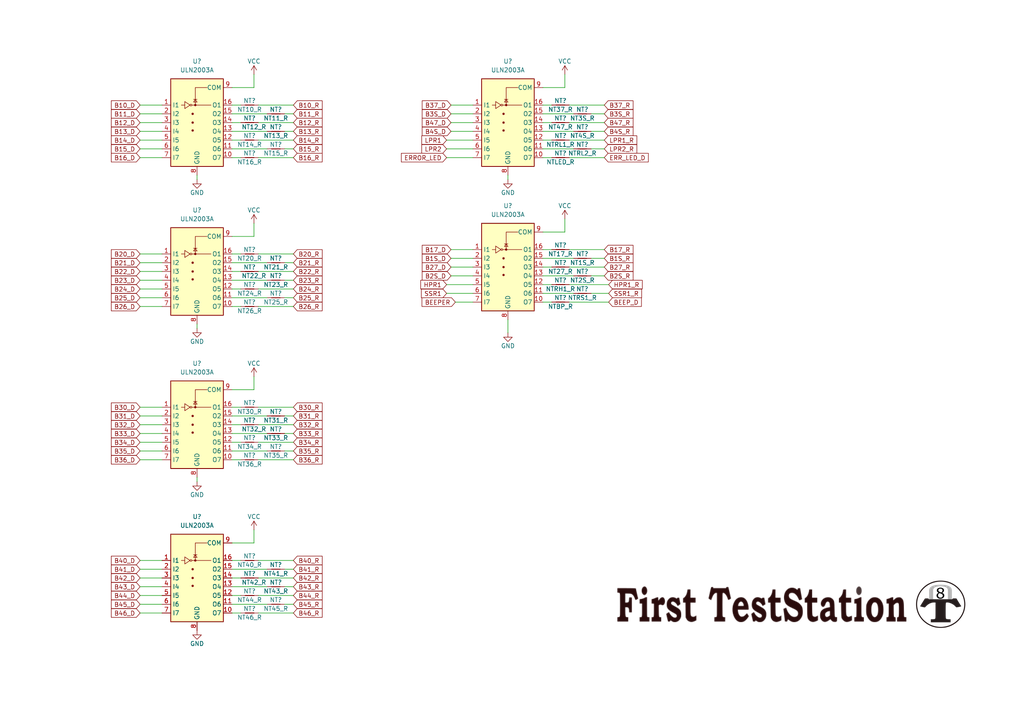
<source format=kicad_sch>
(kicad_sch (version 20211123) (generator eeschema)
  (paper "A4")
  (lib_symbols
    (symbol "Device:NetTie_2" (pin_numbers hide) (pin_names (offset 0) hide)
      (property "Reference" "NT" (at 0 1.27 0))
      (property "Value" "NetTie_2" (at 0 -1.27 0))
      (symbol "NetTie_2_0_1"
        (polyline (pts (xy -1.27 0) (xy 1.27 0)) (stroke (width 0.254)))
      )
      (symbol "NetTie_2_1_1"
        (pin passive line (at -2.54 0 0) (length 2.54) (name "1") (number "1"))
        (pin passive line (at 2.54 0 180) (length 2.54) (name "2") (number "2"))
      )
    )
    (symbol "Transistor_Array:ULN2003A"
      (property "Reference" "U" (at 0 15.875 0))
      (property "Value" "ULN2003A" (at 0 13.97 0))
      (symbol "ULN2003A_0_1"
        (rectangle (start -7.62 -12.7) (end 7.62 12.7) (stroke (width 0.254)) (fill (type background)))
        (circle (center -1.778 5.08) (radius 0.254))
        (circle (center -1.27 -2.286) (radius 0.254) (fill (type outline)))
        (circle (center -1.27 0) (radius 0.254) (fill (type outline)))
        (circle (center -1.27 2.54) (radius 0.254) (fill (type outline)))
        (circle (center -0.508 5.08) (radius 0.254) (fill (type outline)))
        (polyline (pts (xy -4.572 5.08) (xy -3.556 5.08)))
        (polyline (pts (xy -1.524 5.08) (xy 4.064 5.08)))
        (polyline (pts (xy 0 6.731) (xy -1.016 6.731)))
        (polyline (pts (xy -0.508 5.08) (xy -0.508 10.16) (xy 2.921 10.16)))
        (polyline (pts (xy -3.556 6.096) (xy -3.556 4.064) (xy -2.032 5.08) (xy -3.556 6.096)))
        (polyline (pts (xy 0 5.969) (xy -1.016 5.969) (xy -0.508 6.731) (xy 0 5.969)))
      )
      (symbol "ULN2003A_1_1"
        (pin input line (at -10.16 5.08 0) (length 2.54) (name "I1") (number "1"))
        (pin open_collector line (at 10.16 -10.16 180) (length 2.54) (name "O7") (number "10"))
        (pin open_collector line (at 10.16 -7.62 180) (length 2.54) (name "O6") (number "11"))
        (pin open_collector line (at 10.16 -5.08 180) (length 2.54) (name "O5") (number "12"))
        (pin open_collector line (at 10.16 -2.54 180) (length 2.54) (name "O4") (number "13"))
        (pin open_collector line (at 10.16 0 180) (length 2.54) (name "O3") (number "14"))
        (pin open_collector line (at 10.16 2.54 180) (length 2.54) (name "O2") (number "15"))
        (pin open_collector line (at 10.16 5.08 180) (length 2.54) (name "O1") (number "16"))
        (pin input line (at -10.16 2.54 0) (length 2.54) (name "I2") (number "2"))
        (pin input line (at -10.16 0 0) (length 2.54) (name "I3") (number "3"))
        (pin input line (at -10.16 -2.54 0) (length 2.54) (name "I4") (number "4"))
        (pin input line (at -10.16 -5.08 0) (length 2.54) (name "I5") (number "5"))
        (pin input line (at -10.16 -7.62 0) (length 2.54) (name "I6") (number "6"))
        (pin input line (at -10.16 -10.16 0) (length 2.54) (name "I7") (number "7"))
        (pin power_in line (at 0 -15.24 90) (length 2.54) (name "GND") (number "8"))
        (pin passive line (at 10.16 10.16 180) (length 2.54) (name "COM") (number "9"))
      )
    )
    (symbol "power:GND" (power) (pin_numbers hide) (pin_names (offset 0) hide)
      (property "Value" "GND" (at 0 -3.81 0))
      (symbol "GND_0_1"
        (polyline (pts (xy 0 0) (xy 0 -1.27) (xy 1.27 -1.27) (xy 0 -2.54) (xy -1.27 -1.27) (xy 0 -1.27)))
      )
      (symbol "GND_1_1"
        (pin power_in line (at 0 0 270) (length 0) hide (name "GND") (number "1"))
      )
    )
    (symbol "power:VCC" (power) (pin_numbers hide) (pin_names (offset 0) hide)
      (property "Value" "VCC" (at 0 3.81 0))
      (symbol "VCC_0_1"
        (polyline (pts (xy -0.762 1.27) (xy 0 2.54)))
        (polyline (pts (xy 0 0) (xy 0 2.54)))
        (polyline (pts (xy 0 2.54) (xy 0.762 1.27)))
      )
      (symbol "VCC_1_1"
        (pin power_in line (at 0 0 90) (length 0) hide (name "VCC") (number "1"))
      )
    )
  )
  (wire (pts (xy 40.64 123.19) (xy 46.99 123.19)))
  (wire (pts (xy 157.48 43.18) (xy 166.37 43.18)))
  (wire (pts (xy 40.64 43.18) (xy 46.99 43.18)))
  (wire (pts (xy 67.31 83.82) (xy 69.85 83.82)))
  (wire (pts (xy 67.31 177.8) (xy 69.85 177.8)))
  (wire (pts (xy 82.55 38.1) (xy 85.09 38.1)))
  (wire (pts (xy 67.31 170.18) (xy 77.47 170.18)))
  (wire (pts (xy 67.31 130.81) (xy 77.47 130.81)))
  (wire (pts (xy 157.48 30.48) (xy 160.02 30.48)))
  (wire (pts (xy 74.93 45.72) (xy 85.09 45.72)))
  (wire (pts (xy 67.31 157.48) (xy 73.66 157.48)))
  (wire (pts (xy 73.66 25.4) (xy 73.66 21.59)))
  (wire (pts (xy 67.31 172.72) (xy 69.85 172.72)))
  (wire (pts (xy 171.45 80.01) (xy 175.26 80.01)))
  (wire (pts (xy 157.48 77.47) (xy 160.02 77.47)))
  (wire (pts (xy 40.64 172.72) (xy 46.99 172.72)))
  (wire (pts (xy 82.55 33.02) (xy 85.09 33.02)))
  (wire (pts (xy 40.64 83.82) (xy 46.99 83.82)))
  (wire (pts (xy 67.31 128.27) (xy 69.85 128.27)))
  (wire (pts (xy 74.93 118.11) (xy 85.09 118.11)))
  (wire (pts (xy 74.93 88.9) (xy 85.09 88.9)))
  (wire (pts (xy 171.45 38.1) (xy 175.26 38.1)))
  (wire (pts (xy 165.1 35.56) (xy 175.26 35.56)))
  (wire (pts (xy 171.45 33.02) (xy 175.26 33.02)))
  (wire (pts (xy 40.64 88.9) (xy 46.99 88.9)))
  (wire (pts (xy 157.48 33.02) (xy 166.37 33.02)))
  (wire (pts (xy 74.93 128.27) (xy 85.09 128.27)))
  (wire (pts (xy 67.31 133.35) (xy 69.85 133.35)))
  (wire (pts (xy 67.31 120.65) (xy 77.47 120.65)))
  (wire (pts (xy 40.64 162.56) (xy 46.99 162.56)))
  (wire (pts (xy 40.64 175.26) (xy 46.99 175.26)))
  (wire (pts (xy 165.1 77.47) (xy 175.26 77.47)))
  (wire (pts (xy 67.31 40.64) (xy 69.85 40.64)))
  (wire (pts (xy 130.81 35.56) (xy 137.16 35.56)))
  (wire (pts (xy 157.48 85.09) (xy 166.37 85.09)))
  (wire (pts (xy 157.48 82.55) (xy 160.02 82.55)))
  (wire (pts (xy 157.48 80.01) (xy 166.37 80.01)))
  (wire (pts (xy 74.93 40.64) (xy 85.09 40.64)))
  (wire (pts (xy 40.64 118.11) (xy 46.99 118.11)))
  (wire (pts (xy 74.93 172.72) (xy 85.09 172.72)))
  (wire (pts (xy 40.64 30.48) (xy 46.99 30.48)))
  (wire (pts (xy 40.64 33.02) (xy 46.99 33.02)))
  (wire (pts (xy 129.54 43.18) (xy 137.16 43.18)))
  (wire (pts (xy 67.31 45.72) (xy 69.85 45.72)))
  (wire (pts (xy 157.48 25.4) (xy 163.83 25.4)))
  (wire (pts (xy 74.93 83.82) (xy 85.09 83.82)))
  (wire (pts (xy 82.55 165.1) (xy 85.09 165.1)))
  (wire (pts (xy 82.55 86.36) (xy 85.09 86.36)))
  (wire (pts (xy 165.1 30.48) (xy 175.26 30.48)))
  (wire (pts (xy 147.32 92.71) (xy 147.32 96.52)))
  (wire (pts (xy 157.48 45.72) (xy 160.02 45.72)))
  (wire (pts (xy 40.64 35.56) (xy 46.99 35.56)))
  (wire (pts (xy 132.08 87.63) (xy 137.16 87.63)))
  (wire (pts (xy 82.55 76.2) (xy 85.09 76.2)))
  (wire (pts (xy 40.64 40.64) (xy 46.99 40.64)))
  (wire (pts (xy 67.31 25.4) (xy 73.66 25.4)))
  (wire (pts (xy 40.64 167.64) (xy 46.99 167.64)))
  (wire (pts (xy 165.1 40.64) (xy 175.26 40.64)))
  (wire (pts (xy 171.45 43.18) (xy 175.26 43.18)))
  (wire (pts (xy 67.31 162.56) (xy 69.85 162.56)))
  (wire (pts (xy 73.66 113.03) (xy 73.66 109.22)))
  (wire (pts (xy 40.64 73.66) (xy 46.99 73.66)))
  (wire (pts (xy 74.93 35.56) (xy 85.09 35.56)))
  (wire (pts (xy 67.31 33.02) (xy 77.47 33.02)))
  (wire (pts (xy 40.64 120.65) (xy 46.99 120.65)))
  (wire (pts (xy 82.55 125.73) (xy 85.09 125.73)))
  (wire (pts (xy 157.48 35.56) (xy 160.02 35.56)))
  (wire (pts (xy 74.93 73.66) (xy 85.09 73.66)))
  (wire (pts (xy 82.55 43.18) (xy 85.09 43.18)))
  (wire (pts (xy 74.93 177.8) (xy 85.09 177.8)))
  (wire (pts (xy 74.93 133.35) (xy 85.09 133.35)))
  (wire (pts (xy 73.66 157.48) (xy 73.66 153.67)))
  (wire (pts (xy 82.55 130.81) (xy 85.09 130.81)))
  (wire (pts (xy 171.45 74.93) (xy 175.26 74.93)))
  (wire (pts (xy 130.81 74.93) (xy 137.16 74.93)))
  (wire (pts (xy 67.31 113.03) (xy 73.66 113.03)))
  (wire (pts (xy 40.64 45.72) (xy 46.99 45.72)))
  (wire (pts (xy 129.54 85.09) (xy 137.16 85.09)))
  (wire (pts (xy 40.64 130.81) (xy 46.99 130.81)))
  (wire (pts (xy 67.31 118.11) (xy 69.85 118.11)))
  (wire (pts (xy 82.55 170.18) (xy 85.09 170.18)))
  (wire (pts (xy 57.15 138.43) (xy 57.15 139.7)))
  (wire (pts (xy 163.83 25.4) (xy 163.83 21.59)))
  (wire (pts (xy 67.31 43.18) (xy 77.47 43.18)))
  (wire (pts (xy 171.45 85.09) (xy 176.53 85.09)))
  (wire (pts (xy 157.48 87.63) (xy 160.02 87.63)))
  (wire (pts (xy 157.48 72.39) (xy 160.02 72.39)))
  (wire (pts (xy 163.83 67.31) (xy 163.83 63.5)))
  (wire (pts (xy 67.31 73.66) (xy 69.85 73.66)))
  (wire (pts (xy 67.31 81.28) (xy 77.47 81.28)))
  (wire (pts (xy 67.31 165.1) (xy 77.47 165.1)))
  (wire (pts (xy 157.48 74.93) (xy 166.37 74.93)))
  (wire (pts (xy 165.1 45.72) (xy 175.26 45.72)))
  (wire (pts (xy 129.54 82.55) (xy 137.16 82.55)))
  (wire (pts (xy 40.64 86.36) (xy 46.99 86.36)))
  (wire (pts (xy 130.81 77.47) (xy 137.16 77.47)))
  (wire (pts (xy 67.31 30.48) (xy 69.85 30.48)))
  (wire (pts (xy 67.31 38.1) (xy 77.47 38.1)))
  (wire (pts (xy 130.81 30.48) (xy 137.16 30.48)))
  (wire (pts (xy 74.93 30.48) (xy 85.09 30.48)))
  (wire (pts (xy 67.31 123.19) (xy 69.85 123.19)))
  (wire (pts (xy 74.93 162.56) (xy 85.09 162.56)))
  (wire (pts (xy 129.54 45.72) (xy 137.16 45.72)))
  (wire (pts (xy 157.48 67.31) (xy 163.83 67.31)))
  (wire (pts (xy 57.15 93.98) (xy 57.15 95.25)))
  (wire (pts (xy 165.1 72.39) (xy 175.26 72.39)))
  (wire (pts (xy 67.31 125.73) (xy 77.47 125.73)))
  (wire (pts (xy 82.55 81.28) (xy 85.09 81.28)))
  (wire (pts (xy 40.64 170.18) (xy 46.99 170.18)))
  (wire (pts (xy 130.81 33.02) (xy 137.16 33.02)))
  (wire (pts (xy 74.93 123.19) (xy 85.09 123.19)))
  (wire (pts (xy 67.31 88.9) (xy 69.85 88.9)))
  (wire (pts (xy 40.64 81.28) (xy 46.99 81.28)))
  (wire (pts (xy 130.81 38.1) (xy 137.16 38.1)))
  (wire (pts (xy 157.48 38.1) (xy 166.37 38.1)))
  (wire (pts (xy 67.31 35.56) (xy 69.85 35.56)))
  (wire (pts (xy 74.93 78.74) (xy 85.09 78.74)))
  (wire (pts (xy 147.32 50.8) (xy 147.32 52.07)))
  (wire (pts (xy 165.1 87.63) (xy 176.53 87.63)))
  (wire (pts (xy 67.31 175.26) (xy 77.47 175.26)))
  (wire (pts (xy 40.64 76.2) (xy 46.99 76.2)))
  (wire (pts (xy 73.66 68.58) (xy 73.66 64.77)))
  (wire (pts (xy 40.64 78.74) (xy 46.99 78.74)))
  (wire (pts (xy 40.64 38.1) (xy 46.99 38.1)))
  (wire (pts (xy 82.55 120.65) (xy 85.09 120.65)))
  (wire (pts (xy 157.48 40.64) (xy 160.02 40.64)))
  (wire (pts (xy 67.31 86.36) (xy 77.47 86.36)))
  (wire (pts (xy 129.54 40.64) (xy 137.16 40.64)))
  (wire (pts (xy 40.64 133.35) (xy 46.99 133.35)))
  (wire (pts (xy 82.55 175.26) (xy 85.09 175.26)))
  (wire (pts (xy 165.1 82.55) (xy 176.53 82.55)))
  (wire (pts (xy 67.31 167.64) (xy 69.85 167.64)))
  (wire (pts (xy 67.31 78.74) (xy 69.85 78.74)))
  (wire (pts (xy 40.64 177.8) (xy 46.99 177.8)))
  (wire (pts (xy 40.64 125.73) (xy 46.99 125.73)))
  (wire (pts (xy 74.93 167.64) (xy 85.09 167.64)))
  (wire (pts (xy 40.64 165.1) (xy 46.99 165.1)))
  (wire (pts (xy 67.31 76.2) (xy 77.47 76.2)))
  (wire (pts (xy 130.81 80.01) (xy 137.16 80.01)))
  (wire (pts (xy 67.31 68.58) (xy 73.66 68.58)))
  (wire (pts (xy 130.81 72.39) (xy 137.16 72.39)))
  (wire (pts (xy 40.64 128.27) (xy 46.99 128.27)))
  (wire (pts (xy 57.15 50.8) (xy 57.15 52.07)))
  (image (at 220.98 175.26) (scale 2.13772))
  (image (at 273.05 175.26))
  (global_label "B45_R" (shape input) (at 85.09 175.26 0) (property "Intersheet References" "${INTERSHEET_REFS}" (effects hide)))
  (global_label "B35_R" (shape input) (at 85.09 130.81 0) (property "Intersheet References" "${INTERSHEET_REFS}" (effects hide)))
  (global_label "B44_R" (shape input) (at 85.09 172.72 0) (property "Intersheet References" "${INTERSHEET_REFS}" (effects hide)))
  (global_label "ERR_LED_D" (shape input) (at 175.26 45.72 0) (property "Intersheet References" "${INTERSHEET_REFS}" (effects hide)))
  (global_label "B31_R" (shape input) (at 85.09 120.65 0) (property "Intersheet References" "${INTERSHEET_REFS}" (effects hide)))
  (global_label "LPR2_R" (shape input) (at 175.26 43.18 0) (property "Intersheet References" "${INTERSHEET_REFS}" (effects hide)))
  (global_label "SSR1" (shape input) (at 129.54 85.09 180) (property "Intersheet References" "${INTERSHEET_REFS}" (effects hide)))
  (global_label "B33_D" (shape input) (at 40.64 125.73 180) (property "Intersheet References" "${INTERSHEET_REFS}" (effects hide)))
  (global_label "BEEPER" (shape input) (at 132.08 87.63 180) (property "Intersheet References" "${INTERSHEET_REFS}" (effects hide)))
  (global_label "B34_D" (shape input) (at 40.64 128.27 180) (property "Intersheet References" "${INTERSHEET_REFS}" (effects hide)))
  (global_label "B25_R" (shape input) (at 85.09 86.36 0) (property "Intersheet References" "${INTERSHEET_REFS}" (effects hide)))
  (global_label "B43_D" (shape input) (at 40.64 170.18 180) (property "Intersheet References" "${INTERSHEET_REFS}" (effects hide)))
  (global_label "B43_R" (shape input) (at 85.09 170.18 0) (property "Intersheet References" "${INTERSHEET_REFS}" (effects hide)))
  (global_label "B30_R" (shape input) (at 85.09 118.11 0) (property "Intersheet References" "${INTERSHEET_REFS}" (effects hide)))
  (global_label "B20_R" (shape input) (at 85.09 73.66 0) (property "Intersheet References" "${INTERSHEET_REFS}" (effects hide)))
  (global_label "B40_R" (shape input) (at 85.09 162.56 0) (property "Intersheet References" "${INTERSHEET_REFS}" (effects hide)))
  (global_label "B42_D" (shape input) (at 40.64 167.64 180) (property "Intersheet References" "${INTERSHEET_REFS}" (effects hide)))
  (global_label "BEEP_D" (shape input) (at 176.53 87.63 0) (property "Intersheet References" "${INTERSHEET_REFS}" (effects hide)))
  (global_label "B47_R" (shape input) (at 175.26 35.56 0) (property "Intersheet References" "${INTERSHEET_REFS}" (effects hide)))
  (global_label "B1S_D" (shape input) (at 130.81 74.93 180) (property "Intersheet References" "${INTERSHEET_REFS}" (effects hide)))
  (global_label "B3S_D" (shape input) (at 130.81 33.02 180) (property "Intersheet References" "${INTERSHEET_REFS}" (effects hide)))
  (global_label "LPR1" (shape input) (at 129.54 40.64 180) (property "Intersheet References" "${INTERSHEET_REFS}" (effects hide)))
  (global_label "B4S_D" (shape input) (at 130.81 38.1 180) (property "Intersheet References" "${INTERSHEET_REFS}" (effects hide)))
  (global_label "B24_D" (shape input) (at 40.64 83.82 180) (property "Intersheet References" "${INTERSHEET_REFS}" (effects hide)))
  (global_label "B22_R" (shape input) (at 85.09 78.74 0) (property "Intersheet References" "${INTERSHEET_REFS}" (effects hide)))
  (global_label "B4S_R" (shape input) (at 175.26 38.1 0) (property "Intersheet References" "${INTERSHEET_REFS}" (effects hide)))
  (global_label "B42_R" (shape input) (at 85.09 167.64 0) (property "Intersheet References" "${INTERSHEET_REFS}" (effects hide)))
  (global_label "HPR1_R" (shape input) (at 176.53 82.55 0) (property "Intersheet References" "${INTERSHEET_REFS}" (effects hide)))
  (global_label "B46_D" (shape input) (at 40.64 177.8 180) (property "Intersheet References" "${INTERSHEET_REFS}" (effects hide)))
  (global_label "LPR2" (shape input) (at 129.54 43.18 180) (property "Intersheet References" "${INTERSHEET_REFS}" (effects hide)))
  (global_label "B13_D" (shape input) (at 40.64 38.1 180) (property "Intersheet References" "${INTERSHEET_REFS}" (effects hide)))
  (global_label "B16_R" (shape input) (at 85.09 45.72 0) (property "Intersheet References" "${INTERSHEET_REFS}" (effects hide)))
  (global_label "B40_D" (shape input) (at 40.64 162.56 180) (property "Intersheet References" "${INTERSHEET_REFS}" (effects hide)))
  (global_label "B11_R" (shape input) (at 85.09 33.02 0) (property "Intersheet References" "${INTERSHEET_REFS}" (effects hide)))
  (global_label "B3S_R" (shape input) (at 175.26 33.02 0) (property "Intersheet References" "${INTERSHEET_REFS}" (effects hide)))
  (global_label "B22_D" (shape input) (at 40.64 78.74 180) (property "Intersheet References" "${INTERSHEET_REFS}" (effects hide)))
  (global_label "B36_D" (shape input) (at 40.64 133.35 180) (property "Intersheet References" "${INTERSHEET_REFS}" (effects hide)))
  (global_label "B31_D" (shape input) (at 40.64 120.65 180) (property "Intersheet References" "${INTERSHEET_REFS}" (effects hide)))
  (global_label "B26_D" (shape input) (at 40.64 88.9 180) (property "Intersheet References" "${INTERSHEET_REFS}" (effects hide)))
  (global_label "B17_R" (shape input) (at 175.26 72.39 0) (property "Intersheet References" "${INTERSHEET_REFS}" (effects hide)))
  (global_label "B12_D" (shape input) (at 40.64 35.56 180) (property "Intersheet References" "${INTERSHEET_REFS}" (effects hide)))
  (global_label "B20_D" (shape input) (at 40.64 73.66 180) (property "Intersheet References" "${INTERSHEET_REFS}" (effects hide)))
  (global_label "B47_D" (shape input) (at 130.81 35.56 180) (property "Intersheet References" "${INTERSHEET_REFS}" (effects hide)))
  (global_label "B37_D" (shape input) (at 130.81 30.48 180) (property "Intersheet References" "${INTERSHEET_REFS}" (effects hide)))
  (global_label "B35_D" (shape input) (at 40.64 130.81 180) (property "Intersheet References" "${INTERSHEET_REFS}" (effects hide)))
  (global_label "B21_R" (shape input) (at 85.09 76.2 0) (property "Intersheet References" "${INTERSHEET_REFS}" (effects hide)))
  (global_label "B32_R" (shape input) (at 85.09 123.19 0) (property "Intersheet References" "${INTERSHEET_REFS}" (effects hide)))
  (global_label "B23_R" (shape input) (at 85.09 81.28 0) (property "Intersheet References" "${INTERSHEET_REFS}" (effects hide)))
  (global_label "B33_R" (shape input) (at 85.09 125.73 0) (property "Intersheet References" "${INTERSHEET_REFS}" (effects hide)))
  (global_label "B10_D" (shape input) (at 40.64 30.48 180) (property "Intersheet References" "${INTERSHEET_REFS}" (effects hide)))
  (global_label "B32_D" (shape input) (at 40.64 123.19 180) (property "Intersheet References" "${INTERSHEET_REFS}" (effects hide)))
  (global_label "B41_D" (shape input) (at 40.64 165.1 180) (property "Intersheet References" "${INTERSHEET_REFS}" (effects hide)))
  (global_label "B24_R" (shape input) (at 85.09 83.82 0) (property "Intersheet References" "${INTERSHEET_REFS}" (effects hide)))
  (global_label "LPR1_R" (shape input) (at 175.26 40.64 0) (property "Intersheet References" "${INTERSHEET_REFS}" (effects hide)))
  (global_label "B44_D" (shape input) (at 40.64 172.72 180) (property "Intersheet References" "${INTERSHEET_REFS}" (effects hide)))
  (global_label "B14_D" (shape input) (at 40.64 40.64 180) (property "Intersheet References" "${INTERSHEET_REFS}" (effects hide)))
  (global_label "HPR1" (shape input) (at 129.54 82.55 180) (property "Intersheet References" "${INTERSHEET_REFS}" (effects hide)))
  (global_label "B27_D" (shape input) (at 130.81 77.47 180) (property "Intersheet References" "${INTERSHEET_REFS}" (effects hide)))
  (global_label "B15_D" (shape input) (at 40.64 43.18 180) (property "Intersheet References" "${INTERSHEET_REFS}" (effects hide)))
  (global_label "B27_R" (shape input) (at 175.26 77.47 0) (property "Intersheet References" "${INTERSHEET_REFS}" (effects hide)))
  (global_label "SSR1_R" (shape input) (at 176.53 85.09 0) (property "Intersheet References" "${INTERSHEET_REFS}" (effects hide)))
  (global_label "B10_R" (shape input) (at 85.09 30.48 0) (property "Intersheet References" "${INTERSHEET_REFS}" (effects hide)))
  (global_label "ERROR_LED" (shape input) (at 129.54 45.72 180) (property "Intersheet References" "${INTERSHEET_REFS}" (effects hide)))
  (global_label "B16_D" (shape input) (at 40.64 45.72 180) (property "Intersheet References" "${INTERSHEET_REFS}" (effects hide)))
  (global_label "B41_R" (shape input) (at 85.09 165.1 0) (property "Intersheet References" "${INTERSHEET_REFS}" (effects hide)))
  (global_label "B25_D" (shape input) (at 40.64 86.36 180) (property "Intersheet References" "${INTERSHEET_REFS}" (effects hide)))
  (global_label "B1S_R" (shape input) (at 175.26 74.93 0) (property "Intersheet References" "${INTERSHEET_REFS}" (effects hide)))
  (global_label "B17_D" (shape input) (at 130.81 72.39 180) (property "Intersheet References" "${INTERSHEET_REFS}" (effects hide)))
  (global_label "B2S_D" (shape input) (at 130.81 80.01 180) (property "Intersheet References" "${INTERSHEET_REFS}" (effects hide)))
  (global_label "B23_D" (shape input) (at 40.64 81.28 180) (property "Intersheet References" "${INTERSHEET_REFS}" (effects hide)))
  (global_label "B11_D" (shape input) (at 40.64 33.02 180) (property "Intersheet References" "${INTERSHEET_REFS}" (effects hide)))
  (global_label "B36_R" (shape input) (at 85.09 133.35 0) (property "Intersheet References" "${INTERSHEET_REFS}" (effects hide)))
  (global_label "B2S_R" (shape input) (at 175.26 80.01 0) (property "Intersheet References" "${INTERSHEET_REFS}" (effects hide)))
  (global_label "B37_R" (shape input) (at 175.26 30.48 0) (property "Intersheet References" "${INTERSHEET_REFS}" (effects hide)))
  (global_label "B26_R" (shape input) (at 85.09 88.9 0) (property "Intersheet References" "${INTERSHEET_REFS}" (effects hide)))
  (global_label "B21_D" (shape input) (at 40.64 76.2 180) (property "Intersheet References" "${INTERSHEET_REFS}" (effects hide)))
  (global_label "B15_R" (shape input) (at 85.09 43.18 0) (property "Intersheet References" "${INTERSHEET_REFS}" (effects hide)))
  (global_label "B30_D" (shape input) (at 40.64 118.11 180) (property "Intersheet References" "${INTERSHEET_REFS}" (effects hide)))
  (global_label "B45_D" (shape input) (at 40.64 175.26 180) (property "Intersheet References" "${INTERSHEET_REFS}" (effects hide)))
  (global_label "B14_R" (shape input) (at 85.09 40.64 0) (property "Intersheet References" "${INTERSHEET_REFS}" (effects hide)))
  (global_label "B34_R" (shape input) (at 85.09 128.27 0) (property "Intersheet References" "${INTERSHEET_REFS}" (effects hide)))
  (global_label "B13_R" (shape input) (at 85.09 38.1 0) (property "Intersheet References" "${INTERSHEET_REFS}" (effects hide)))
  (global_label "B46_R" (shape input) (at 85.09 177.8 0) (property "Intersheet References" "${INTERSHEET_REFS}" (effects hide)))
  (global_label "B12_R" (shape input) (at 85.09 35.56 0) (property "Intersheet References" "${INTERSHEET_REFS}" (effects hide)))
  (symbol (lib_id "Transistor_Array:ULN2003A") (at 147.32 77.47 0)
    (property "Reference" "U?" (at 147.32 59.69 0))
    (property "Value" "ULN2003A" (at 147.32 62.23 0))
    (property "Footprint" "Package_DIP:DIP-16_W7.62mm_LongPads" (effects hide))
    (property "Datasheet" "http://www.ti.com/lit/ds/symlink/uln2003a.pdf" (effects hide))
  )
  (symbol (lib_id "Device:NetTie_2") (at 72.39 133.35 0)
    (property "Reference" "NT?" (at 72.39 132.08 0))
    (property "Value" "NT36_R" (at 72.39 134.62 0))
    (property "Footprint" "NetTie:NetTie-2_THT_Pad1.0mm" (effects hide))
  )
  (symbol (lib_id "Device:NetTie_2") (at 80.01 120.65 0)
    (property "Reference" "NT?" (at 80.01 119.38 0))
    (property "Value" "NT31_R" (at 80.01 121.92 0))
    (property "Footprint" "NetTie:NetTie-2_THT_Pad1.0mm" (effects hide))
  )
  (symbol (lib_id "Transistor_Array:ULN2003A") (at 57.15 35.56 0)
    (property "Reference" "U?" (at 57.15 17.78 0))
    (property "Value" "ULN2003A" (at 57.15 20.32 0))
    (property "Footprint" "Package_DIP:DIP-16_W7.62mm_LongPads" (effects hide))
    (property "Datasheet" "http://www.ti.com/lit/ds/symlink/uln2003a.pdf" (effects hide))
  )
  (symbol (lib_id "power:GND") (at 147.32 52.07 0)
    (property "Reference" "#PWR?" (effects hide))
    (property "Value" "GND" (at 147.32 55.88 0))
  )
  (symbol (lib_id "Device:NetTie_2") (at 162.56 82.55 0)
    (property "Reference" "NT?" (at 162.56 81.28 0))
    (property "Value" "NTRH1_R" (at 162.56 83.82 0))
    (property "Footprint" "NetTie:NetTie-2_THT_Pad1.0mm" (effects hide))
  )
  (symbol (lib_id "Device:NetTie_2") (at 80.01 170.18 0)
    (property "Reference" "NT?" (at 80.01 168.91 0))
    (property "Value" "NT43_R" (at 80.01 171.45 0))
    (property "Footprint" "NetTie:NetTie-2_THT_Pad1.0mm" (effects hide))
  )
  (symbol (lib_id "power:VCC") (at 73.66 109.22 0)
    (property "Reference" "#PWR?" (effects hide))
    (property "Value" "VCC" (at 73.66 105.41 0))
  )
  (symbol (lib_id "Device:NetTie_2") (at 72.39 35.56 0)
    (property "Reference" "NT?" (at 72.39 34.29 0))
    (property "Value" "NT12_R" (at 73.66 36.83 0))
    (property "Footprint" "NetTie:NetTie-2_THT_Pad1.0mm" (effects hide))
  )
  (symbol (lib_id "Device:NetTie_2") (at 80.01 81.28 0)
    (property "Reference" "NT?" (at 80.01 80.01 0))
    (property "Value" "NT23_R" (at 80.01 82.55 0))
    (property "Footprint" "NetTie:NetTie-2_THT_Pad1.0mm" (effects hide))
  )
  (symbol (lib_id "Transistor_Array:ULN2003A") (at 57.15 167.64 0)
    (property "Reference" "U?" (at 57.15 149.86 0))
    (property "Value" "ULN2003A" (at 57.15 152.4 0))
    (property "Footprint" "Package_DIP:DIP-16_W7.62mm_LongPads" (effects hide))
    (property "Datasheet" "http://www.ti.com/lit/ds/symlink/uln2003a.pdf" (effects hide))
  )
  (symbol (lib_id "Device:NetTie_2") (at 162.56 30.48 0)
    (property "Reference" "NT?" (at 162.56 29.21 0))
    (property "Value" "NT37_R" (at 162.56 31.75 0))
    (property "Footprint" "NetTie:NetTie-2_THT_Pad1.0mm" (effects hide))
  )
  (symbol (lib_id "Transistor_Array:ULN2003A") (at 57.15 78.74 0)
    (property "Reference" "U?" (at 57.15 60.96 0))
    (property "Value" "ULN2003A" (at 57.15 63.5 0))
    (property "Footprint" "Package_DIP:DIP-16_W7.62mm_LongPads" (effects hide))
    (property "Datasheet" "http://www.ti.com/lit/ds/symlink/uln2003a.pdf" (effects hide))
  )
  (symbol (lib_id "Transistor_Array:ULN2003A") (at 147.32 35.56 0)
    (property "Reference" "U?" (at 147.32 17.78 0))
    (property "Value" "ULN2003A" (at 147.32 20.32 0))
    (property "Footprint" "Package_DIP:DIP-16_W7.62mm_LongPads" (effects hide))
    (property "Datasheet" "http://www.ti.com/lit/ds/symlink/uln2003a.pdf" (effects hide))
  )
  (symbol (lib_id "Device:NetTie_2") (at 80.01 76.2 0)
    (property "Reference" "NT?" (at 80.01 74.93 0))
    (property "Value" "NT21_R" (at 80.01 77.47 0))
    (property "Footprint" "NetTie:NetTie-2_THT_Pad1.0mm" (effects hide))
  )
  (symbol (lib_id "Device:NetTie_2") (at 72.39 162.56 0)
    (property "Reference" "NT?" (at 72.39 161.29 0))
    (property "Value" "NT40_R" (at 72.39 163.83 0))
    (property "Footprint" "NetTie:NetTie-2_THT_Pad1.0mm" (effects hide))
  )
  (symbol (lib_id "Device:NetTie_2") (at 162.56 45.72 0)
    (property "Reference" "NT?" (at 162.56 44.45 0))
    (property "Value" "NTLED_R" (at 162.56 46.99 0))
    (property "Footprint" "NetTie:NetTie-2_THT_Pad1.0mm" (effects hide))
  )
  (symbol (lib_id "Device:NetTie_2") (at 80.01 43.18 0)
    (property "Reference" "NT?" (at 80.01 41.91 0))
    (property "Value" "NT15_R" (at 80.01 44.45 0))
    (property "Footprint" "NetTie:NetTie-2_THT_Pad1.0mm" (effects hide))
  )
  (symbol (lib_id "Device:NetTie_2") (at 72.39 167.64 0)
    (property "Reference" "NT?" (at 72.39 166.37 0))
    (property "Value" "NT42_R" (at 73.66 168.91 0))
    (property "Footprint" "NetTie:NetTie-2_THT_Pad1.0mm" (effects hide))
  )
  (symbol (lib_id "power:GND") (at 147.32 96.52 0)
    (property "Reference" "#PWR?" (effects hide))
    (property "Value" "GND" (at 147.32 100.33 0))
  )
  (symbol (lib_id "Device:NetTie_2") (at 168.91 85.09 0)
    (property "Reference" "NT?" (at 168.91 83.82 0))
    (property "Value" "NTRS1_R" (at 168.91 86.36 0))
    (property "Footprint" "NetTie:NetTie-2_THT_Pad1.0mm" (effects hide))
  )
  (symbol (lib_id "Device:NetTie_2") (at 72.39 30.48 0)
    (property "Reference" "NT?" (at 72.39 29.21 0))
    (property "Value" "NT10_R" (at 72.39 31.75 0))
    (property "Footprint" "NetTie:NetTie-2_THT_Pad1.0mm" (effects hide))
  )
  (symbol (lib_id "power:VCC") (at 163.83 63.5 0)
    (property "Reference" "#PWR?" (effects hide))
    (property "Value" "VCC" (at 163.83 59.69 0))
  )
  (symbol (lib_id "Device:NetTie_2") (at 72.39 118.11 0)
    (property "Reference" "NT?" (at 72.39 116.84 0))
    (property "Value" "NT30_R" (at 72.39 119.38 0))
    (property "Footprint" "NetTie:NetTie-2_THT_Pad1.0mm" (effects hide))
  )
  (symbol (lib_id "power:VCC") (at 73.66 153.67 0)
    (property "Reference" "#PWR?" (effects hide))
    (property "Value" "VCC" (at 73.66 149.86 0))
  )
  (symbol (lib_id "Device:NetTie_2") (at 80.01 38.1 0)
    (property "Reference" "NT?" (at 80.01 36.83 0))
    (property "Value" "NT13_R" (at 80.01 39.37 0))
    (property "Footprint" "NetTie:NetTie-2_THT_Pad1.0mm" (effects hide))
  )
  (symbol (lib_id "Transistor_Array:ULN2003A") (at 57.15 123.19 0)
    (property "Reference" "U?" (at 57.15 105.41 0))
    (property "Value" "ULN2003A" (at 57.15 107.95 0))
    (property "Footprint" "Package_DIP:DIP-16_W7.62mm_LongPads" (effects hide))
    (property "Datasheet" "http://www.ti.com/lit/ds/symlink/uln2003a.pdf" (effects hide))
  )
  (symbol (lib_id "Device:NetTie_2") (at 80.01 86.36 0)
    (property "Reference" "NT?" (at 80.01 85.09 0))
    (property "Value" "NT25_R" (at 80.01 87.63 0))
    (property "Footprint" "NetTie:NetTie-2_THT_Pad1.0mm" (effects hide))
  )
  (symbol (lib_id "Device:NetTie_2") (at 168.91 74.93 0)
    (property "Reference" "NT?" (at 168.91 73.66 0))
    (property "Value" "NT1S_R" (at 168.91 76.2 0))
    (property "Footprint" "NetTie:NetTie-2_THT_Pad1.0mm" (effects hide))
  )
  (symbol (lib_id "Device:NetTie_2") (at 72.39 40.64 0)
    (property "Reference" "NT?" (at 72.39 39.37 0))
    (property "Value" "NT14_R" (at 72.39 41.91 0))
    (property "Footprint" "NetTie:NetTie-2_THT_Pad1.0mm" (effects hide))
  )
  (symbol (lib_id "power:VCC") (at 73.66 21.59 0)
    (property "Reference" "#PWR?" (effects hide))
    (property "Value" "VCC" (at 73.66 17.78 0))
  )
  (symbol (lib_id "Device:NetTie_2") (at 162.56 40.64 0)
    (property "Reference" "NT?" (at 162.56 39.37 0))
    (property "Value" "NTRL1_R" (at 162.56 41.91 0))
    (property "Footprint" "NetTie:NetTie-2_THT_Pad1.0mm" (effects hide))
  )
  (symbol (lib_id "power:GND") (at 57.15 95.25 0)
    (property "Reference" "#PWR?" (effects hide))
    (property "Value" "GND" (at 57.15 99.06 0))
  )
  (symbol (lib_id "Device:NetTie_2") (at 168.91 33.02 0)
    (property "Reference" "NT?" (at 168.91 31.75 0))
    (property "Value" "NT3S_R" (at 168.91 34.29 0))
    (property "Footprint" "NetTie:NetTie-2_THT_Pad1.0mm" (effects hide))
  )
  (symbol (lib_id "power:GND") (at 57.15 139.7 0)
    (property "Reference" "#PWR?" (effects hide))
    (property "Value" "GND" (at 57.15 143.51 0))
  )
  (symbol (lib_id "Device:NetTie_2") (at 162.56 77.47 0)
    (property "Reference" "NT?" (at 162.56 76.2 0))
    (property "Value" "NT27_R" (at 162.56 78.74 0))
    (property "Footprint" "NetTie:NetTie-2_THT_Pad1.0mm" (effects hide))
  )
  (symbol (lib_id "Device:NetTie_2") (at 80.01 130.81 0)
    (property "Reference" "NT?" (at 80.01 129.54 0))
    (property "Value" "NT35_R" (at 80.01 132.08 0))
    (property "Footprint" "NetTie:NetTie-2_THT_Pad1.0mm" (effects hide))
  )
  (symbol (lib_id "Device:NetTie_2") (at 72.39 45.72 0)
    (property "Reference" "NT?" (at 72.39 44.45 0))
    (property "Value" "NT16_R" (at 72.39 46.99 0))
    (property "Footprint" "NetTie:NetTie-2_THT_Pad1.0mm" (effects hide))
  )
  (symbol (lib_id "Device:NetTie_2") (at 80.01 165.1 0)
    (property "Reference" "NT?" (at 80.01 163.83 0))
    (property "Value" "NT41_R" (at 80.01 166.37 0))
    (property "Footprint" "NetTie:NetTie-2_THT_Pad1.0mm" (effects hide))
  )
  (symbol (lib_id "Device:NetTie_2") (at 72.39 177.8 0)
    (property "Reference" "NT?" (at 72.39 176.53 0))
    (property "Value" "NT46_R" (at 72.39 179.07 0))
    (property "Footprint" "NetTie:NetTie-2_THT_Pad1.0mm" (effects hide))
  )
  (symbol (lib_id "Device:NetTie_2") (at 168.91 43.18 0)
    (property "Reference" "NT?" (at 168.91 41.91 0))
    (property "Value" "NTRL2_R" (at 168.91 44.45 0))
    (property "Footprint" "NetTie:NetTie-2_THT_Pad1.0mm" (effects hide))
  )
  (symbol (lib_id "Device:NetTie_2") (at 80.01 175.26 0)
    (property "Reference" "NT?" (at 80.01 173.99 0))
    (property "Value" "NT45_R" (at 80.01 176.53 0))
    (property "Footprint" "NetTie:NetTie-2_THT_Pad1.0mm" (effects hide))
  )
  (symbol (lib_id "Device:NetTie_2") (at 168.91 80.01 0)
    (property "Reference" "NT?" (at 168.91 78.74 0))
    (property "Value" "NT2S_R" (at 168.91 81.28 0))
    (property "Footprint" "NetTie:NetTie-2_THT_Pad1.0mm" (effects hide))
  )
  (symbol (lib_id "Device:NetTie_2") (at 72.39 128.27 0)
    (property "Reference" "NT?" (at 72.39 127 0))
    (property "Value" "NT34_R" (at 72.39 129.54 0))
    (property "Footprint" "NetTie:NetTie-2_THT_Pad1.0mm" (effects hide))
  )
  (symbol (lib_id "Device:NetTie_2") (at 72.39 73.66 0)
    (property "Reference" "NT?" (at 72.39 72.39 0))
    (property "Value" "NT20_R" (at 72.39 74.93 0))
    (property "Footprint" "NetTie:NetTie-2_THT_Pad1.0mm" (effects hide))
  )
  (symbol (lib_id "Device:NetTie_2") (at 72.39 172.72 0)
    (property "Reference" "NT?" (at 72.39 171.45 0))
    (property "Value" "NT44_R" (at 72.39 173.99 0))
    (property "Footprint" "NetTie:NetTie-2_THT_Pad1.0mm" (effects hide))
  )
  (symbol (lib_id "Device:NetTie_2") (at 168.91 38.1 0)
    (property "Reference" "NT?" (at 168.91 36.83 0))
    (property "Value" "NT4S_R" (at 168.91 39.37 0))
    (property "Footprint" "NetTie:NetTie-2_THT_Pad1.0mm" (effects hide))
  )
  (symbol (lib_id "Device:NetTie_2") (at 72.39 78.74 0)
    (property "Reference" "NT?" (at 72.39 77.47 0))
    (property "Value" "NT22_R" (at 73.66 80.01 0))
    (property "Footprint" "NetTie:NetTie-2_THT_Pad1.0mm" (effects hide))
  )
  (symbol (lib_id "Device:NetTie_2") (at 162.56 35.56 0)
    (property "Reference" "NT?" (at 162.56 34.29 0))
    (property "Value" "NT47_R" (at 162.56 36.83 0))
    (property "Footprint" "NetTie:NetTie-2_THT_Pad1.0mm" (effects hide))
  )
  (symbol (lib_id "Device:NetTie_2") (at 162.56 72.39 0)
    (property "Reference" "NT?" (at 162.56 71.12 0))
    (property "Value" "NT17_R" (at 162.56 73.66 0))
    (property "Footprint" "NetTie:NetTie-2_THT_Pad1.0mm" (effects hide))
  )
  (symbol (lib_id "power:VCC") (at 163.83 21.59 0)
    (property "Reference" "#PWR?" (effects hide))
    (property "Value" "VCC" (at 163.83 17.78 0))
  )
  (symbol (lib_id "power:GND") (at 57.15 182.88 0)
    (property "Reference" "#PWR?" (effects hide))
    (property "Value" "GND" (at 57.15 186.69 0))
  )
  (symbol (lib_id "Device:NetTie_2") (at 80.01 33.02 0)
    (property "Reference" "NT?" (at 80.01 31.75 0))
    (property "Value" "NT11_R" (at 80.01 34.29 0))
    (property "Footprint" "NetTie:NetTie-2_THT_Pad1.0mm" (effects hide))
  )
  (symbol (lib_id "power:VCC") (at 73.66 64.77 0)
    (property "Reference" "#PWR?" (effects hide))
    (property "Value" "VCC" (at 73.66 60.96 0))
  )
  (symbol (lib_id "Device:NetTie_2") (at 162.56 87.63 0)
    (property "Reference" "NT?" (at 162.56 86.36 0))
    (property "Value" "NTBP_R" (at 162.56 88.9 0))
    (property "Footprint" "NetTie:NetTie-2_THT_Pad1.0mm" (effects hide))
  )
  (symbol (lib_id "Device:NetTie_2") (at 72.39 83.82 0)
    (property "Reference" "NT?" (at 72.39 82.55 0))
    (property "Value" "NT24_R" (at 72.39 85.09 0))
    (property "Footprint" "NetTie:NetTie-2_THT_Pad1.0mm" (effects hide))
  )
  (symbol (lib_id "Device:NetTie_2") (at 72.39 123.19 0)
    (property "Reference" "NT?" (at 72.39 121.92 0))
    (property "Value" "NT32_R" (at 73.66 124.46 0))
    (property "Footprint" "NetTie:NetTie-2_THT_Pad1.0mm" (effects hide))
  )
  (symbol (lib_id "power:GND") (at 57.15 52.07 0)
    (property "Reference" "#PWR?" (effects hide))
    (property "Value" "GND" (at 57.15 55.88 0))
  )
  (symbol (lib_id "Device:NetTie_2") (at 72.39 88.9 0)
    (property "Reference" "NT?" (at 72.39 87.63 0))
    (property "Value" "NT26_R" (at 72.39 90.17 0))
    (property "Footprint" "NetTie:NetTie-2_THT_Pad1.0mm" (effects hide))
  )
  (symbol (lib_id "Device:NetTie_2") (at 80.01 125.73 0)
    (property "Reference" "NT?" (at 80.01 124.46 0))
    (property "Value" "NT33_R" (at 80.01 127 0))
    (property "Footprint" "NetTie:NetTie-2_THT_Pad1.0mm" (effects hide))
  )
)
</source>
